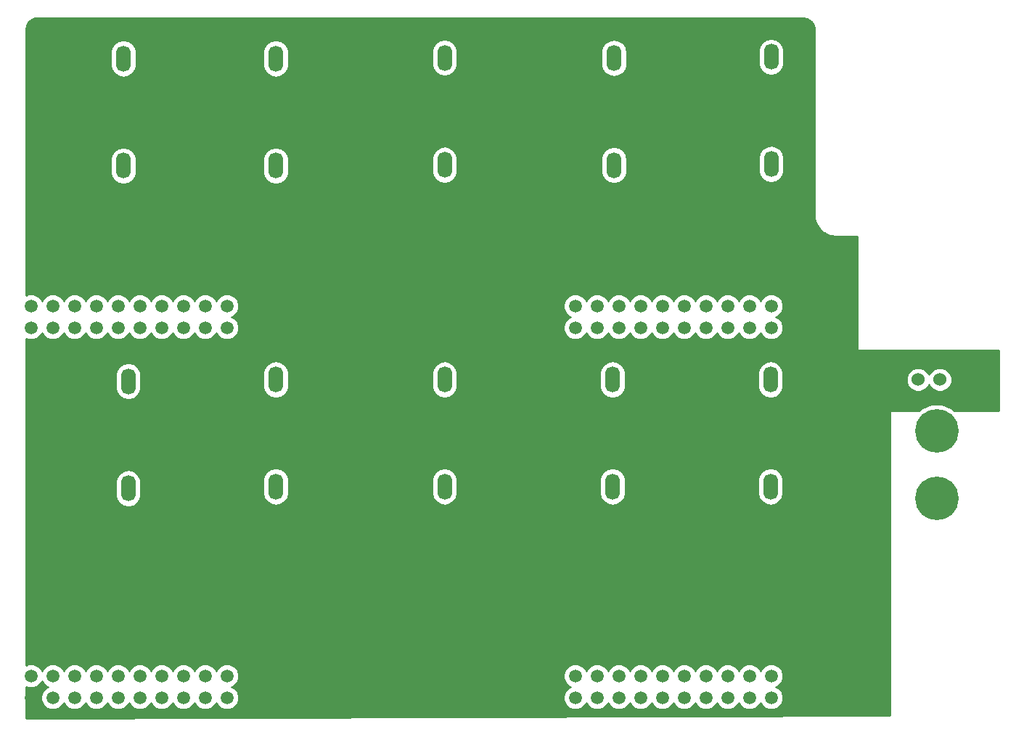
<source format=gbr>
G04 #@! TF.GenerationSoftware,KiCad,Pcbnew,(5.0.0)*
G04 #@! TF.CreationDate,2020-11-30T18:27:01-06:00*
G04 #@! TF.ProjectId,GiecoBoard_2021_Rev1,476965636F426F6172645F323032315F,rev?*
G04 #@! TF.SameCoordinates,Original*
G04 #@! TF.FileFunction,Copper,L2,Bot,Signal*
G04 #@! TF.FilePolarity,Positive*
%FSLAX46Y46*%
G04 Gerber Fmt 4.6, Leading zero omitted, Abs format (unit mm)*
G04 Created by KiCad (PCBNEW (5.0.0)) date 11/30/20 18:27:01*
%MOMM*%
%LPD*%
G01*
G04 APERTURE LIST*
G04 #@! TA.AperFunction,ComponentPad*
%ADD10O,1.727200X3.048000*%
G04 #@! TD*
G04 #@! TA.AperFunction,ComponentPad*
%ADD11C,1.520000*%
G04 #@! TD*
G04 #@! TA.AperFunction,ComponentPad*
%ADD12C,1.524000*%
G04 #@! TD*
G04 #@! TA.AperFunction,ComponentPad*
%ADD13C,5.080000*%
G04 #@! TD*
G04 #@! TA.AperFunction,Conductor*
%ADD14C,0.254000*%
G04 #@! TD*
G04 APERTURE END LIST*
D10*
G04 #@! TO.P,J2,1*
G04 #@! TO.N,+3V3*
X111205000Y-73994704D03*
G04 #@! TO.P,J2,2*
G04 #@! TO.N,Send_ScienceSensor*
X116205000Y-73994704D03*
G04 #@! TO.P,J2,1*
G04 #@! TO.N,+3V3*
X111205000Y-86494704D03*
G04 #@! TO.P,J2,2*
G04 #@! TO.N,Send_ScienceSensor*
X116205000Y-86494704D03*
G04 #@! TD*
G04 #@! TO.P,J3,1*
G04 #@! TO.N,+3V3*
X130890000Y-73994704D03*
G04 #@! TO.P,J3,2*
G04 #@! TO.N,Send_ScienceActuation*
X135890000Y-73994704D03*
G04 #@! TO.P,J3,1*
G04 #@! TO.N,+3V3*
X130890000Y-86494704D03*
G04 #@! TO.P,J3,2*
G04 #@! TO.N,Send_ScienceActuation*
X135890000Y-86494704D03*
G04 #@! TD*
G04 #@! TO.P,J4,2*
G04 #@! TO.N,Send_Gimbal*
X116205000Y-49029704D03*
G04 #@! TO.P,J4,1*
G04 #@! TO.N,+3V3*
X111205000Y-49029704D03*
G04 #@! TO.P,J4,2*
G04 #@! TO.N,Send_Gimbal*
X116205000Y-36529704D03*
G04 #@! TO.P,J4,1*
G04 #@! TO.N,+3V3*
X111205000Y-36529704D03*
G04 #@! TD*
G04 #@! TO.P,J5,2*
G04 #@! TO.N,Send_DriveCommand*
X98425000Y-49029704D03*
G04 #@! TO.P,J5,1*
G04 #@! TO.N,+3V3*
X93425000Y-49029704D03*
G04 #@! TO.P,J5,2*
G04 #@! TO.N,Send_DriveCommand*
X98425000Y-36529704D03*
G04 #@! TO.P,J5,1*
G04 #@! TO.N,+3V3*
X93425000Y-36529704D03*
G04 #@! TD*
G04 #@! TO.P,J6,2*
G04 #@! TO.N,Send_NavigationalControl*
X155495000Y-86494704D03*
G04 #@! TO.P,J6,1*
G04 #@! TO.N,+3V3*
X150495000Y-86494704D03*
G04 #@! TO.P,J6,2*
G04 #@! TO.N,Send_NavigationalControl*
X155495000Y-73994704D03*
G04 #@! TO.P,J6,1*
G04 #@! TO.N,+3V3*
X150495000Y-73994704D03*
G04 #@! TD*
G04 #@! TO.P,J7,1*
G04 #@! TO.N,+3V3*
X168910000Y-73994704D03*
G04 #@! TO.P,J7,2*
G04 #@! TO.N,Send_12VDistribution*
X173910000Y-73994704D03*
G04 #@! TO.P,J7,1*
G04 #@! TO.N,+3V3*
X168910000Y-86494704D03*
G04 #@! TO.P,J7,2*
G04 #@! TO.N,Send_12VDistribution*
X173910000Y-86494704D03*
G04 #@! TD*
G04 #@! TO.P,J8,2*
G04 #@! TO.N,Send_BatteryManagement*
X173990000Y-48829704D03*
G04 #@! TO.P,J8,1*
G04 #@! TO.N,+3V3*
X168990000Y-48829704D03*
G04 #@! TO.P,J8,2*
G04 #@! TO.N,Send_BatteryManagement*
X173990000Y-36329704D03*
G04 #@! TO.P,J8,1*
G04 #@! TO.N,+3V3*
X168990000Y-36329704D03*
G04 #@! TD*
G04 #@! TO.P,J9,2*
G04 #@! TO.N,Send_PackVoltageDistribution*
X155655000Y-48964408D03*
G04 #@! TO.P,J9,1*
G04 #@! TO.N,+3V3*
X150655000Y-48964408D03*
G04 #@! TO.P,J9,2*
G04 #@! TO.N,Send_PackVoltageDistribution*
X155655000Y-36464408D03*
G04 #@! TO.P,J9,1*
G04 #@! TO.N,+3V3*
X150655000Y-36464408D03*
G04 #@! TD*
G04 #@! TO.P,J10,2*
G04 #@! TO.N,Send_Multimedia*
X135890000Y-48933520D03*
G04 #@! TO.P,J10,1*
G04 #@! TO.N,+3V3*
X130890000Y-48933520D03*
G04 #@! TO.P,J10,2*
G04 #@! TO.N,Send_Multimedia*
X135890000Y-36433520D03*
G04 #@! TO.P,J10,1*
G04 #@! TO.N,+3V3*
X130890000Y-36433520D03*
G04 #@! TD*
G04 #@! TO.P,J1,1*
G04 #@! TO.N,+3V3*
X93980000Y-74194704D03*
G04 #@! TO.P,J1,2*
G04 #@! TO.N,Send_ArmArticulation*
X98980000Y-74194704D03*
G04 #@! TO.P,J1,1*
G04 #@! TO.N,+3V3*
X93980000Y-86694704D03*
G04 #@! TO.P,J1,2*
G04 #@! TO.N,Send_ArmArticulation*
X98980000Y-86694704D03*
G04 #@! TD*
D11*
G04 #@! TO.P,U1,+3V3`*
G04 #@! TO.N,N/C*
X151130000Y-111125000D03*
G04 #@! TO.P,U1,PM6*
G04 #@! TO.N,Net-(U1-PadPM6)*
X173990000Y-65405000D03*
G04 #@! TO.P,U1,PQ1*
G04 #@! TO.N,REC_LED_BatteryManagement*
X171450000Y-65405000D03*
G04 #@! TO.P,U1,PQ2*
G04 #@! TO.N,Net-(U1-PadPQ2)*
X163830000Y-65405000D03*
G04 #@! TO.P,U1,PK0*
G04 #@! TO.N,REC_LED_NavigationalControl*
X161290000Y-108585000D03*
G04 #@! TO.P,U1,PQ3*
G04 #@! TO.N,Net-(U1-PadPQ3)*
X166370000Y-65405000D03*
G04 #@! TO.P,U1,PP3*
G04 #@! TO.N,Send_BatteryManagement*
X168910000Y-65405000D03*
G04 #@! TO.P,U1,PQ0*
G04 #@! TO.N,Net-(U1-PadPQ0)*
X166370000Y-111125000D03*
G04 #@! TO.P,U1,PA4*
G04 #@! TO.N,REC_LED_12VDistribution*
X171450000Y-108585000D03*
G04 #@! TO.P,U1,Rese`*
G04 #@! TO.N,N/C*
X161290000Y-65405000D03*
G04 #@! TO.P,U1,PA7*
G04 #@! TO.N,REC_LED_PackVoltageDistribution*
X158750000Y-65405000D03*
G04 #@! TO.P,U1,PN5*
G04 #@! TO.N,Net-(U1-PadPN5)*
X171450000Y-111125000D03*
G04 #@! TO.P,U1,PK2*
G04 #@! TO.N,Net-(U1-PadPK2)*
X166370000Y-108585000D03*
G04 #@! TO.P,U1,PK1*
G04 #@! TO.N,Net-(U1-PadPK1)*
X163830000Y-108585000D03*
G04 #@! TO.P,U1,+5V`*
G04 #@! TO.N,N/C*
X151130000Y-108585000D03*
G04 #@! TO.P,U1,GND*
G04 #@! TO.N,GND*
X153670000Y-108585000D03*
G04 #@! TO.P,U1,PB4*
G04 #@! TO.N,Net-(U1-PadPB4)*
X156210000Y-108585000D03*
G04 #@! TO.P,U1,PB5*
G04 #@! TO.N,Send_NavigationalControl*
X158750000Y-108585000D03*
G04 #@! TO.P,U1,PK3*
G04 #@! TO.N,Send_12VDistribution*
X168910000Y-108585000D03*
G04 #@! TO.P,U1,PA5*
G04 #@! TO.N,Net-(U1-PadPA5)*
X173990000Y-108585000D03*
G04 #@! TO.P,U1,PD2*
G04 #@! TO.N,Net-(U1-PadPD2)*
X153670000Y-111125000D03*
G04 #@! TO.P,U1,PP0*
G04 #@! TO.N,Net-(U1-PadPP0)*
X156210000Y-111125000D03*
G04 #@! TO.P,U1,PP1*
G04 #@! TO.N,Net-(U1-PadPP1)*
X158750000Y-111125000D03*
G04 #@! TO.P,U1,PD4*
G04 #@! TO.N,Net-(U1-PadPD4)*
X161290000Y-111125000D03*
G04 #@! TO.P,U1,PD5*
G04 #@! TO.N,Net-(U1-PadPD5)*
X163830000Y-111125000D03*
G04 #@! TO.P,U1,PP4*
G04 #@! TO.N,Net-(U1-PadPP4)*
X168910000Y-111125000D03*
G04 #@! TO.P,U1,PN4*
G04 #@! TO.N,Net-(U1-PadPN4)*
X173990000Y-111125000D03*
G04 #@! TO.P,U1,PG1*
G04 #@! TO.N,Net-(U1-PadPG1)*
X151130000Y-67945000D03*
G04 #@! TO.P,U1,PK4*
G04 #@! TO.N,Net-(U1-PadPK4)*
X153670000Y-67945000D03*
G04 #@! TO.P,U1,PK5*
G04 #@! TO.N,Net-(U1-PadPK5)*
X156210000Y-67945000D03*
G04 #@! TO.P,U1,PM0*
G04 #@! TO.N,Net-(U1-PadPM0)*
X158750000Y-67945000D03*
G04 #@! TO.P,U1,PM1*
G04 #@! TO.N,Net-(U1-PadPM1)*
X161290000Y-67945000D03*
G04 #@! TO.P,U1,PM2*
G04 #@! TO.N,Net-(U1-PadPM2)*
X163830000Y-67945000D03*
G04 #@! TO.P,U1,PH0*
G04 #@! TO.N,Net-(U1-PadPH0)*
X166370000Y-67945000D03*
G04 #@! TO.P,U1,PH1*
G04 #@! TO.N,Net-(U1-PadPH1)*
X168910000Y-67945000D03*
G04 #@! TO.P,U1,PK6*
G04 #@! TO.N,Net-(U1-PadPK6)*
X171450000Y-67945000D03*
G04 #@! TO.P,U1,PK7*
G04 #@! TO.N,Net-(U1-PadPK7)*
X173990000Y-67945000D03*
G04 #@! TO.P,U1,GND*
G04 #@! TO.N,GND*
X151130000Y-65405000D03*
G04 #@! TO.P,U1,PM7*
G04 #@! TO.N,Net-(U1-PadPM7)*
X153670000Y-65405000D03*
G04 #@! TO.P,U1,PP5*
G04 #@! TO.N,Send_PackVoltageDistribution*
X156210000Y-65405000D03*
G04 #@! TO.P,U1,+5V*
G04 #@! TO.N,Net-(U1-Pad+5V)*
X87630000Y-108585000D03*
G04 #@! TO.P,U1,GND*
G04 #@! TO.N,GND*
X90170000Y-108585000D03*
G04 #@! TO.P,U1,PE0*
G04 #@! TO.N,Send_ArmArticulation*
X92710000Y-108585000D03*
G04 #@! TO.P,U1,PE1*
G04 #@! TO.N,REC_LED_ArmArticulation*
X95250000Y-108585000D03*
G04 #@! TO.P,U1,PE2*
G04 #@! TO.N,Net-(U1-PadPE2)*
X97790000Y-108585000D03*
G04 #@! TO.P,U1,PE3*
G04 #@! TO.N,Send_ScienceSensor*
X100330000Y-108585000D03*
G04 #@! TO.P,U1,PD7*
G04 #@! TO.N,REC_LED_ScienceSensor*
X102870000Y-108585000D03*
G04 #@! TO.P,U1,PA6*
G04 #@! TO.N,Net-(U1-PadPA6)*
X105410000Y-108585000D03*
G04 #@! TO.P,U1,PM4*
G04 #@! TO.N,Send_ScienceActuation*
X107950000Y-108585000D03*
G04 #@! TO.P,U1,PM5*
G04 #@! TO.N,REC_LED_ScienceActuation*
X110490000Y-108585000D03*
G04 #@! TO.P,U1,+3V3*
G04 #@! TO.N,+3V3*
X87630000Y-111125000D03*
G04 #@! TO.P,U1,PE4*
G04 #@! TO.N,Net-(U1-PadPE4)*
X90170000Y-111125000D03*
G04 #@! TO.P,U1,PC4*
G04 #@! TO.N,Net-(U1-PadPC4)*
X92710000Y-111125000D03*
G04 #@! TO.P,U1,PC5*
G04 #@! TO.N,Net-(U1-PadPC5)*
X95250000Y-111125000D03*
G04 #@! TO.P,U1,PC6*
G04 #@! TO.N,Net-(U1-PadPC6)*
X97790000Y-111125000D03*
G04 #@! TO.P,U1,PE5*
G04 #@! TO.N,Net-(U1-PadPE5)*
X100330000Y-111125000D03*
G04 #@! TO.P,U1,PD3*
G04 #@! TO.N,Net-(U1-PadPD3)*
X102870000Y-111125000D03*
G04 #@! TO.P,U1,PC7*
G04 #@! TO.N,Net-(U1-PadPC7)*
X105410000Y-111125000D03*
G04 #@! TO.P,U1,PB2*
G04 #@! TO.N,Net-(U1-PadPB2)*
X107950000Y-111125000D03*
G04 #@! TO.P,U1,PB3*
G04 #@! TO.N,Net-(U1-PadPB3)*
X110490000Y-111125000D03*
G04 #@! TO.P,U1,PF1*
G04 #@! TO.N,Net-(U1-PadPF1)*
X87630000Y-67945000D03*
G04 #@! TO.P,U1,PF2*
G04 #@! TO.N,Net-(U1-PadPF2)*
X90170000Y-67945000D03*
G04 #@! TO.P,U1,PF3*
G04 #@! TO.N,Net-(U1-PadPF3)*
X92710000Y-67945000D03*
G04 #@! TO.P,U1,PG0*
G04 #@! TO.N,Net-(U1-PadPG0)*
X95250000Y-67945000D03*
G04 #@! TO.P,U1,PL4*
G04 #@! TO.N,Net-(U1-PadPL4)*
X97790000Y-67945000D03*
G04 #@! TO.P,U1,PL5*
G04 #@! TO.N,Net-(U1-PadPL5)*
X100330000Y-67945000D03*
G04 #@! TO.P,U1,PL0*
G04 #@! TO.N,Net-(U1-PadPL0)*
X102870000Y-67945000D03*
G04 #@! TO.P,U1,PL1*
G04 #@! TO.N,Net-(U1-PadPL1)*
X105410000Y-67945000D03*
G04 #@! TO.P,U1,PL2*
G04 #@! TO.N,Net-(U1-PadPL2)*
X107950000Y-67945000D03*
G04 #@! TO.P,U1,PL3*
G04 #@! TO.N,Net-(U1-PadPL3)*
X110490000Y-67945000D03*
G04 #@! TO.P,U1,GND*
G04 #@! TO.N,GND*
X87630000Y-65405000D03*
G04 #@! TO.P,U1,PM3*
G04 #@! TO.N,Send_DriveCommand*
X90170000Y-65405000D03*
G04 #@! TO.P,U1,PH2*
G04 #@! TO.N,REC_LED_DriveCommand*
X92710000Y-65405000D03*
G04 #@! TO.P,U1,PH3*
G04 #@! TO.N,Net-(U1-PadPH3)*
X95250000Y-65405000D03*
G04 #@! TO.P,U1,Rese*
G04 #@! TO.N,Net-(U1-PadRese)*
X97790000Y-65405000D03*
G04 #@! TO.P,U1,PD1*
G04 #@! TO.N,Send_Gimbal*
X100330000Y-65405000D03*
G04 #@! TO.P,U1,PD0*
G04 #@! TO.N,REC_LED_Gimbal*
X102870000Y-65405000D03*
G04 #@! TO.P,U1,PN2*
G04 #@! TO.N,Net-(U1-PadPN2)*
X105410000Y-65405000D03*
G04 #@! TO.P,U1,PN3*
G04 #@! TO.N,Send_Multimedia*
X107950000Y-65405000D03*
G04 #@! TO.P,U1,PP2*
G04 #@! TO.N,REC_LED_Multimedia*
X110490000Y-65405000D03*
G04 #@! TD*
D12*
G04 #@! TO.P,U2,1*
G04 #@! TO.N,Net-(C1-Pad1)*
X191135000Y-73994704D03*
G04 #@! TO.P,U2,2*
G04 #@! TO.N,GND*
X193675000Y-73994704D03*
G04 #@! TO.P,U2,3*
G04 #@! TO.N,+3V3*
X196215000Y-73994704D03*
G04 #@! TD*
D13*
G04 #@! TO.P,Conn1,2*
G04 #@! TO.N,Net-(C1-Pad1)*
X193294000Y-80010000D03*
G04 #@! TO.P,Conn1,1*
G04 #@! TO.N,GND*
X193294000Y-87884000D03*
G04 #@! TD*
D14*
G04 #@! TO.N,+3V3*
G36*
X178133364Y-31879985D02*
X178439928Y-32019372D01*
X178695050Y-32239199D01*
X178878218Y-32521792D01*
X178981743Y-32867959D01*
X178995000Y-33046350D01*
X178995001Y-54770780D01*
X179000169Y-54796761D01*
X179017877Y-55035048D01*
X179033431Y-55105791D01*
X179043259Y-55177538D01*
X179045693Y-55185863D01*
X179200452Y-55703343D01*
X179240898Y-55790875D01*
X179280217Y-55878776D01*
X179284887Y-55886078D01*
X179284890Y-55886084D01*
X179284894Y-55886088D01*
X179578669Y-56339328D01*
X179642015Y-56411943D01*
X179704466Y-56485323D01*
X179710999Y-56491021D01*
X179711002Y-56491025D01*
X179711004Y-56491026D01*
X180120182Y-56843597D01*
X180201377Y-56895523D01*
X180281900Y-56948417D01*
X180289770Y-56952053D01*
X180289773Y-56952055D01*
X180289776Y-56952056D01*
X180781462Y-57175612D01*
X180873956Y-57202659D01*
X180966098Y-57230830D01*
X180974677Y-57232112D01*
X181490334Y-57305960D01*
X181540074Y-57315854D01*
X184023000Y-57315854D01*
X184023000Y-70485000D01*
X184032667Y-70533601D01*
X184060197Y-70574803D01*
X184101399Y-70602333D01*
X184150000Y-70612000D01*
X200533000Y-70612000D01*
X200533000Y-77597000D01*
X195371128Y-77597000D01*
X195092493Y-77318365D01*
X193925547Y-76835000D01*
X192662453Y-76835000D01*
X191495507Y-77318365D01*
X191216872Y-77597000D01*
X187960000Y-77597000D01*
X187911399Y-77606667D01*
X187870197Y-77634197D01*
X187842667Y-77675399D01*
X187833000Y-77724000D01*
X187833000Y-113157475D01*
X87070000Y-113535337D01*
X87070000Y-109862978D01*
X87352517Y-109980000D01*
X87907483Y-109980000D01*
X88420204Y-109767624D01*
X88812624Y-109375204D01*
X88900000Y-109164260D01*
X88987376Y-109375204D01*
X89379796Y-109767624D01*
X89590740Y-109855000D01*
X89379796Y-109942376D01*
X88987376Y-110334796D01*
X88775000Y-110847517D01*
X88775000Y-111402483D01*
X88987376Y-111915204D01*
X89379796Y-112307624D01*
X89892517Y-112520000D01*
X90447483Y-112520000D01*
X90960204Y-112307624D01*
X91352624Y-111915204D01*
X91440000Y-111704260D01*
X91527376Y-111915204D01*
X91919796Y-112307624D01*
X92432517Y-112520000D01*
X92987483Y-112520000D01*
X93500204Y-112307624D01*
X93892624Y-111915204D01*
X93980000Y-111704260D01*
X94067376Y-111915204D01*
X94459796Y-112307624D01*
X94972517Y-112520000D01*
X95527483Y-112520000D01*
X96040204Y-112307624D01*
X96432624Y-111915204D01*
X96520000Y-111704260D01*
X96607376Y-111915204D01*
X96999796Y-112307624D01*
X97512517Y-112520000D01*
X98067483Y-112520000D01*
X98580204Y-112307624D01*
X98972624Y-111915204D01*
X99060000Y-111704260D01*
X99147376Y-111915204D01*
X99539796Y-112307624D01*
X100052517Y-112520000D01*
X100607483Y-112520000D01*
X101120204Y-112307624D01*
X101512624Y-111915204D01*
X101600000Y-111704260D01*
X101687376Y-111915204D01*
X102079796Y-112307624D01*
X102592517Y-112520000D01*
X103147483Y-112520000D01*
X103660204Y-112307624D01*
X104052624Y-111915204D01*
X104140000Y-111704260D01*
X104227376Y-111915204D01*
X104619796Y-112307624D01*
X105132517Y-112520000D01*
X105687483Y-112520000D01*
X106200204Y-112307624D01*
X106592624Y-111915204D01*
X106680000Y-111704260D01*
X106767376Y-111915204D01*
X107159796Y-112307624D01*
X107672517Y-112520000D01*
X108227483Y-112520000D01*
X108740204Y-112307624D01*
X109132624Y-111915204D01*
X109220000Y-111704260D01*
X109307376Y-111915204D01*
X109699796Y-112307624D01*
X110212517Y-112520000D01*
X110767483Y-112520000D01*
X111280204Y-112307624D01*
X111672624Y-111915204D01*
X111885000Y-111402483D01*
X111885000Y-110847517D01*
X111672624Y-110334796D01*
X111280204Y-109942376D01*
X111069260Y-109855000D01*
X111280204Y-109767624D01*
X111672624Y-109375204D01*
X111885000Y-108862483D01*
X111885000Y-108307517D01*
X149735000Y-108307517D01*
X149735000Y-108862483D01*
X149947376Y-109375204D01*
X150339796Y-109767624D01*
X150550740Y-109855000D01*
X150339796Y-109942376D01*
X149947376Y-110334796D01*
X149735000Y-110847517D01*
X149735000Y-111402483D01*
X149947376Y-111915204D01*
X150339796Y-112307624D01*
X150852517Y-112520000D01*
X151407483Y-112520000D01*
X151920204Y-112307624D01*
X152312624Y-111915204D01*
X152400000Y-111704260D01*
X152487376Y-111915204D01*
X152879796Y-112307624D01*
X153392517Y-112520000D01*
X153947483Y-112520000D01*
X154460204Y-112307624D01*
X154852624Y-111915204D01*
X154940000Y-111704260D01*
X155027376Y-111915204D01*
X155419796Y-112307624D01*
X155932517Y-112520000D01*
X156487483Y-112520000D01*
X157000204Y-112307624D01*
X157392624Y-111915204D01*
X157480000Y-111704260D01*
X157567376Y-111915204D01*
X157959796Y-112307624D01*
X158472517Y-112520000D01*
X159027483Y-112520000D01*
X159540204Y-112307624D01*
X159932624Y-111915204D01*
X160020000Y-111704260D01*
X160107376Y-111915204D01*
X160499796Y-112307624D01*
X161012517Y-112520000D01*
X161567483Y-112520000D01*
X162080204Y-112307624D01*
X162472624Y-111915204D01*
X162560000Y-111704260D01*
X162647376Y-111915204D01*
X163039796Y-112307624D01*
X163552517Y-112520000D01*
X164107483Y-112520000D01*
X164620204Y-112307624D01*
X165012624Y-111915204D01*
X165100000Y-111704260D01*
X165187376Y-111915204D01*
X165579796Y-112307624D01*
X166092517Y-112520000D01*
X166647483Y-112520000D01*
X167160204Y-112307624D01*
X167552624Y-111915204D01*
X167640000Y-111704260D01*
X167727376Y-111915204D01*
X168119796Y-112307624D01*
X168632517Y-112520000D01*
X169187483Y-112520000D01*
X169700204Y-112307624D01*
X170092624Y-111915204D01*
X170180000Y-111704260D01*
X170267376Y-111915204D01*
X170659796Y-112307624D01*
X171172517Y-112520000D01*
X171727483Y-112520000D01*
X172240204Y-112307624D01*
X172632624Y-111915204D01*
X172720000Y-111704260D01*
X172807376Y-111915204D01*
X173199796Y-112307624D01*
X173712517Y-112520000D01*
X174267483Y-112520000D01*
X174780204Y-112307624D01*
X175172624Y-111915204D01*
X175385000Y-111402483D01*
X175385000Y-110847517D01*
X175172624Y-110334796D01*
X174780204Y-109942376D01*
X174569260Y-109855000D01*
X174780204Y-109767624D01*
X175172624Y-109375204D01*
X175385000Y-108862483D01*
X175385000Y-108307517D01*
X175172624Y-107794796D01*
X174780204Y-107402376D01*
X174267483Y-107190000D01*
X173712517Y-107190000D01*
X173199796Y-107402376D01*
X172807376Y-107794796D01*
X172720000Y-108005740D01*
X172632624Y-107794796D01*
X172240204Y-107402376D01*
X171727483Y-107190000D01*
X171172517Y-107190000D01*
X170659796Y-107402376D01*
X170267376Y-107794796D01*
X170180000Y-108005740D01*
X170092624Y-107794796D01*
X169700204Y-107402376D01*
X169187483Y-107190000D01*
X168632517Y-107190000D01*
X168119796Y-107402376D01*
X167727376Y-107794796D01*
X167640000Y-108005740D01*
X167552624Y-107794796D01*
X167160204Y-107402376D01*
X166647483Y-107190000D01*
X166092517Y-107190000D01*
X165579796Y-107402376D01*
X165187376Y-107794796D01*
X165100000Y-108005740D01*
X165012624Y-107794796D01*
X164620204Y-107402376D01*
X164107483Y-107190000D01*
X163552517Y-107190000D01*
X163039796Y-107402376D01*
X162647376Y-107794796D01*
X162560000Y-108005740D01*
X162472624Y-107794796D01*
X162080204Y-107402376D01*
X161567483Y-107190000D01*
X161012517Y-107190000D01*
X160499796Y-107402376D01*
X160107376Y-107794796D01*
X160020000Y-108005740D01*
X159932624Y-107794796D01*
X159540204Y-107402376D01*
X159027483Y-107190000D01*
X158472517Y-107190000D01*
X157959796Y-107402376D01*
X157567376Y-107794796D01*
X157480000Y-108005740D01*
X157392624Y-107794796D01*
X157000204Y-107402376D01*
X156487483Y-107190000D01*
X155932517Y-107190000D01*
X155419796Y-107402376D01*
X155027376Y-107794796D01*
X154940000Y-108005740D01*
X154852624Y-107794796D01*
X154460204Y-107402376D01*
X153947483Y-107190000D01*
X153392517Y-107190000D01*
X152879796Y-107402376D01*
X152487376Y-107794796D01*
X152400000Y-108005740D01*
X152312624Y-107794796D01*
X151920204Y-107402376D01*
X151407483Y-107190000D01*
X150852517Y-107190000D01*
X150339796Y-107402376D01*
X149947376Y-107794796D01*
X149735000Y-108307517D01*
X111885000Y-108307517D01*
X111672624Y-107794796D01*
X111280204Y-107402376D01*
X110767483Y-107190000D01*
X110212517Y-107190000D01*
X109699796Y-107402376D01*
X109307376Y-107794796D01*
X109220000Y-108005740D01*
X109132624Y-107794796D01*
X108740204Y-107402376D01*
X108227483Y-107190000D01*
X107672517Y-107190000D01*
X107159796Y-107402376D01*
X106767376Y-107794796D01*
X106680000Y-108005740D01*
X106592624Y-107794796D01*
X106200204Y-107402376D01*
X105687483Y-107190000D01*
X105132517Y-107190000D01*
X104619796Y-107402376D01*
X104227376Y-107794796D01*
X104140000Y-108005740D01*
X104052624Y-107794796D01*
X103660204Y-107402376D01*
X103147483Y-107190000D01*
X102592517Y-107190000D01*
X102079796Y-107402376D01*
X101687376Y-107794796D01*
X101600000Y-108005740D01*
X101512624Y-107794796D01*
X101120204Y-107402376D01*
X100607483Y-107190000D01*
X100052517Y-107190000D01*
X99539796Y-107402376D01*
X99147376Y-107794796D01*
X99060000Y-108005740D01*
X98972624Y-107794796D01*
X98580204Y-107402376D01*
X98067483Y-107190000D01*
X97512517Y-107190000D01*
X96999796Y-107402376D01*
X96607376Y-107794796D01*
X96520000Y-108005740D01*
X96432624Y-107794796D01*
X96040204Y-107402376D01*
X95527483Y-107190000D01*
X94972517Y-107190000D01*
X94459796Y-107402376D01*
X94067376Y-107794796D01*
X93980000Y-108005740D01*
X93892624Y-107794796D01*
X93500204Y-107402376D01*
X92987483Y-107190000D01*
X92432517Y-107190000D01*
X91919796Y-107402376D01*
X91527376Y-107794796D01*
X91440000Y-108005740D01*
X91352624Y-107794796D01*
X90960204Y-107402376D01*
X90447483Y-107190000D01*
X89892517Y-107190000D01*
X89379796Y-107402376D01*
X88987376Y-107794796D01*
X88900000Y-108005740D01*
X88812624Y-107794796D01*
X88420204Y-107402376D01*
X87907483Y-107190000D01*
X87352517Y-107190000D01*
X87070000Y-107307022D01*
X87070000Y-85886707D01*
X97481400Y-85886707D01*
X97481400Y-87502702D01*
X97568351Y-87939829D01*
X97899571Y-88435534D01*
X98395276Y-88766754D01*
X98980000Y-88883063D01*
X99564725Y-88766754D01*
X100060430Y-88435534D01*
X100391650Y-87939829D01*
X100478600Y-87502702D01*
X100478600Y-85886706D01*
X100438818Y-85686707D01*
X114706400Y-85686707D01*
X114706400Y-87302702D01*
X114793351Y-87739829D01*
X115124571Y-88235534D01*
X115620276Y-88566754D01*
X116205000Y-88683063D01*
X116789725Y-88566754D01*
X117285430Y-88235534D01*
X117616650Y-87739829D01*
X117703600Y-87302702D01*
X117703600Y-85686707D01*
X134391400Y-85686707D01*
X134391400Y-87302702D01*
X134478351Y-87739829D01*
X134809571Y-88235534D01*
X135305276Y-88566754D01*
X135890000Y-88683063D01*
X136474725Y-88566754D01*
X136970430Y-88235534D01*
X137301650Y-87739829D01*
X137388600Y-87302702D01*
X137388600Y-85686707D01*
X153996400Y-85686707D01*
X153996400Y-87302702D01*
X154083351Y-87739829D01*
X154414571Y-88235534D01*
X154910276Y-88566754D01*
X155495000Y-88683063D01*
X156079725Y-88566754D01*
X156575430Y-88235534D01*
X156906650Y-87739829D01*
X156993600Y-87302702D01*
X156993600Y-85686707D01*
X172411400Y-85686707D01*
X172411400Y-87302702D01*
X172498351Y-87739829D01*
X172829571Y-88235534D01*
X173325276Y-88566754D01*
X173910000Y-88683063D01*
X174494725Y-88566754D01*
X174990430Y-88235534D01*
X175321650Y-87739829D01*
X175408600Y-87302702D01*
X175408600Y-85686706D01*
X175321650Y-85249579D01*
X174990430Y-84753874D01*
X174494724Y-84422654D01*
X173910000Y-84306345D01*
X173325275Y-84422654D01*
X172829570Y-84753874D01*
X172498350Y-85249580D01*
X172411400Y-85686707D01*
X156993600Y-85686707D01*
X156993600Y-85686706D01*
X156906650Y-85249579D01*
X156575430Y-84753874D01*
X156079724Y-84422654D01*
X155495000Y-84306345D01*
X154910275Y-84422654D01*
X154414570Y-84753874D01*
X154083350Y-85249580D01*
X153996400Y-85686707D01*
X137388600Y-85686707D01*
X137388600Y-85686706D01*
X137301650Y-85249579D01*
X136970430Y-84753874D01*
X136474724Y-84422654D01*
X135890000Y-84306345D01*
X135305275Y-84422654D01*
X134809570Y-84753874D01*
X134478350Y-85249580D01*
X134391400Y-85686707D01*
X117703600Y-85686707D01*
X117703600Y-85686706D01*
X117616650Y-85249579D01*
X117285430Y-84753874D01*
X116789724Y-84422654D01*
X116205000Y-84306345D01*
X115620275Y-84422654D01*
X115124570Y-84753874D01*
X114793350Y-85249580D01*
X114706400Y-85686707D01*
X100438818Y-85686707D01*
X100391650Y-85449579D01*
X100060430Y-84953874D01*
X99564724Y-84622654D01*
X98980000Y-84506345D01*
X98395275Y-84622654D01*
X97899570Y-84953874D01*
X97568350Y-85449580D01*
X97481400Y-85886707D01*
X87070000Y-85886707D01*
X87070000Y-73386707D01*
X97481400Y-73386707D01*
X97481400Y-75002702D01*
X97568351Y-75439829D01*
X97899571Y-75935534D01*
X98395276Y-76266754D01*
X98980000Y-76383063D01*
X99564725Y-76266754D01*
X100060430Y-75935534D01*
X100391650Y-75439829D01*
X100478600Y-75002702D01*
X100478600Y-73386706D01*
X100438818Y-73186707D01*
X114706400Y-73186707D01*
X114706400Y-74802702D01*
X114793351Y-75239829D01*
X115124571Y-75735534D01*
X115620276Y-76066754D01*
X116205000Y-76183063D01*
X116789725Y-76066754D01*
X117285430Y-75735534D01*
X117616650Y-75239829D01*
X117703600Y-74802702D01*
X117703600Y-73186707D01*
X134391400Y-73186707D01*
X134391400Y-74802702D01*
X134478351Y-75239829D01*
X134809571Y-75735534D01*
X135305276Y-76066754D01*
X135890000Y-76183063D01*
X136474725Y-76066754D01*
X136970430Y-75735534D01*
X137301650Y-75239829D01*
X137388600Y-74802702D01*
X137388600Y-73186707D01*
X153996400Y-73186707D01*
X153996400Y-74802702D01*
X154083351Y-75239829D01*
X154414571Y-75735534D01*
X154910276Y-76066754D01*
X155495000Y-76183063D01*
X156079725Y-76066754D01*
X156575430Y-75735534D01*
X156906650Y-75239829D01*
X156993600Y-74802702D01*
X156993600Y-73186707D01*
X172411400Y-73186707D01*
X172411400Y-74802702D01*
X172498351Y-75239829D01*
X172829571Y-75735534D01*
X173325276Y-76066754D01*
X173910000Y-76183063D01*
X174494725Y-76066754D01*
X174990430Y-75735534D01*
X175321650Y-75239829D01*
X175408600Y-74802702D01*
X175408600Y-73716823D01*
X189738000Y-73716823D01*
X189738000Y-74272585D01*
X189950680Y-74786041D01*
X190343663Y-75179024D01*
X190857119Y-75391704D01*
X191412881Y-75391704D01*
X191926337Y-75179024D01*
X192319320Y-74786041D01*
X192405000Y-74579191D01*
X192490680Y-74786041D01*
X192883663Y-75179024D01*
X193397119Y-75391704D01*
X193952881Y-75391704D01*
X194466337Y-75179024D01*
X194859320Y-74786041D01*
X195072000Y-74272585D01*
X195072000Y-73716823D01*
X194859320Y-73203367D01*
X194466337Y-72810384D01*
X193952881Y-72597704D01*
X193397119Y-72597704D01*
X192883663Y-72810384D01*
X192490680Y-73203367D01*
X192405000Y-73410217D01*
X192319320Y-73203367D01*
X191926337Y-72810384D01*
X191412881Y-72597704D01*
X190857119Y-72597704D01*
X190343663Y-72810384D01*
X189950680Y-73203367D01*
X189738000Y-73716823D01*
X175408600Y-73716823D01*
X175408600Y-73186706D01*
X175321650Y-72749579D01*
X174990430Y-72253874D01*
X174494724Y-71922654D01*
X173910000Y-71806345D01*
X173325275Y-71922654D01*
X172829570Y-72253874D01*
X172498350Y-72749580D01*
X172411400Y-73186707D01*
X156993600Y-73186707D01*
X156993600Y-73186706D01*
X156906650Y-72749579D01*
X156575430Y-72253874D01*
X156079724Y-71922654D01*
X155495000Y-71806345D01*
X154910275Y-71922654D01*
X154414570Y-72253874D01*
X154083350Y-72749580D01*
X153996400Y-73186707D01*
X137388600Y-73186707D01*
X137388600Y-73186706D01*
X137301650Y-72749579D01*
X136970430Y-72253874D01*
X136474724Y-71922654D01*
X135890000Y-71806345D01*
X135305275Y-71922654D01*
X134809570Y-72253874D01*
X134478350Y-72749580D01*
X134391400Y-73186707D01*
X117703600Y-73186707D01*
X117703600Y-73186706D01*
X117616650Y-72749579D01*
X117285430Y-72253874D01*
X116789724Y-71922654D01*
X116205000Y-71806345D01*
X115620275Y-71922654D01*
X115124570Y-72253874D01*
X114793350Y-72749580D01*
X114706400Y-73186707D01*
X100438818Y-73186707D01*
X100391650Y-72949579D01*
X100060430Y-72453874D01*
X99564724Y-72122654D01*
X98980000Y-72006345D01*
X98395275Y-72122654D01*
X97899570Y-72453874D01*
X97568350Y-72949580D01*
X97481400Y-73386707D01*
X87070000Y-73386707D01*
X87070000Y-69222978D01*
X87352517Y-69340000D01*
X87907483Y-69340000D01*
X88420204Y-69127624D01*
X88812624Y-68735204D01*
X88900000Y-68524260D01*
X88987376Y-68735204D01*
X89379796Y-69127624D01*
X89892517Y-69340000D01*
X90447483Y-69340000D01*
X90960204Y-69127624D01*
X91352624Y-68735204D01*
X91440000Y-68524260D01*
X91527376Y-68735204D01*
X91919796Y-69127624D01*
X92432517Y-69340000D01*
X92987483Y-69340000D01*
X93500204Y-69127624D01*
X93892624Y-68735204D01*
X93980000Y-68524260D01*
X94067376Y-68735204D01*
X94459796Y-69127624D01*
X94972517Y-69340000D01*
X95527483Y-69340000D01*
X96040204Y-69127624D01*
X96432624Y-68735204D01*
X96520000Y-68524260D01*
X96607376Y-68735204D01*
X96999796Y-69127624D01*
X97512517Y-69340000D01*
X98067483Y-69340000D01*
X98580204Y-69127624D01*
X98972624Y-68735204D01*
X99060000Y-68524260D01*
X99147376Y-68735204D01*
X99539796Y-69127624D01*
X100052517Y-69340000D01*
X100607483Y-69340000D01*
X101120204Y-69127624D01*
X101512624Y-68735204D01*
X101600000Y-68524260D01*
X101687376Y-68735204D01*
X102079796Y-69127624D01*
X102592517Y-69340000D01*
X103147483Y-69340000D01*
X103660204Y-69127624D01*
X104052624Y-68735204D01*
X104140000Y-68524260D01*
X104227376Y-68735204D01*
X104619796Y-69127624D01*
X105132517Y-69340000D01*
X105687483Y-69340000D01*
X106200204Y-69127624D01*
X106592624Y-68735204D01*
X106680000Y-68524260D01*
X106767376Y-68735204D01*
X107159796Y-69127624D01*
X107672517Y-69340000D01*
X108227483Y-69340000D01*
X108740204Y-69127624D01*
X109132624Y-68735204D01*
X109220000Y-68524260D01*
X109307376Y-68735204D01*
X109699796Y-69127624D01*
X110212517Y-69340000D01*
X110767483Y-69340000D01*
X111280204Y-69127624D01*
X111672624Y-68735204D01*
X111885000Y-68222483D01*
X111885000Y-67667517D01*
X111672624Y-67154796D01*
X111280204Y-66762376D01*
X111069260Y-66675000D01*
X111280204Y-66587624D01*
X111672624Y-66195204D01*
X111885000Y-65682483D01*
X111885000Y-65127517D01*
X149735000Y-65127517D01*
X149735000Y-65682483D01*
X149947376Y-66195204D01*
X150339796Y-66587624D01*
X150550740Y-66675000D01*
X150339796Y-66762376D01*
X149947376Y-67154796D01*
X149735000Y-67667517D01*
X149735000Y-68222483D01*
X149947376Y-68735204D01*
X150339796Y-69127624D01*
X150852517Y-69340000D01*
X151407483Y-69340000D01*
X151920204Y-69127624D01*
X152312624Y-68735204D01*
X152400000Y-68524260D01*
X152487376Y-68735204D01*
X152879796Y-69127624D01*
X153392517Y-69340000D01*
X153947483Y-69340000D01*
X154460204Y-69127624D01*
X154852624Y-68735204D01*
X154940000Y-68524260D01*
X155027376Y-68735204D01*
X155419796Y-69127624D01*
X155932517Y-69340000D01*
X156487483Y-69340000D01*
X157000204Y-69127624D01*
X157392624Y-68735204D01*
X157480000Y-68524260D01*
X157567376Y-68735204D01*
X157959796Y-69127624D01*
X158472517Y-69340000D01*
X159027483Y-69340000D01*
X159540204Y-69127624D01*
X159932624Y-68735204D01*
X160020000Y-68524260D01*
X160107376Y-68735204D01*
X160499796Y-69127624D01*
X161012517Y-69340000D01*
X161567483Y-69340000D01*
X162080204Y-69127624D01*
X162472624Y-68735204D01*
X162560000Y-68524260D01*
X162647376Y-68735204D01*
X163039796Y-69127624D01*
X163552517Y-69340000D01*
X164107483Y-69340000D01*
X164620204Y-69127624D01*
X165012624Y-68735204D01*
X165100000Y-68524260D01*
X165187376Y-68735204D01*
X165579796Y-69127624D01*
X166092517Y-69340000D01*
X166647483Y-69340000D01*
X167160204Y-69127624D01*
X167552624Y-68735204D01*
X167640000Y-68524260D01*
X167727376Y-68735204D01*
X168119796Y-69127624D01*
X168632517Y-69340000D01*
X169187483Y-69340000D01*
X169700204Y-69127624D01*
X170092624Y-68735204D01*
X170180000Y-68524260D01*
X170267376Y-68735204D01*
X170659796Y-69127624D01*
X171172517Y-69340000D01*
X171727483Y-69340000D01*
X172240204Y-69127624D01*
X172632624Y-68735204D01*
X172720000Y-68524260D01*
X172807376Y-68735204D01*
X173199796Y-69127624D01*
X173712517Y-69340000D01*
X174267483Y-69340000D01*
X174780204Y-69127624D01*
X175172624Y-68735204D01*
X175385000Y-68222483D01*
X175385000Y-67667517D01*
X175172624Y-67154796D01*
X174780204Y-66762376D01*
X174569260Y-66675000D01*
X174780204Y-66587624D01*
X175172624Y-66195204D01*
X175385000Y-65682483D01*
X175385000Y-65127517D01*
X175172624Y-64614796D01*
X174780204Y-64222376D01*
X174267483Y-64010000D01*
X173712517Y-64010000D01*
X173199796Y-64222376D01*
X172807376Y-64614796D01*
X172720000Y-64825740D01*
X172632624Y-64614796D01*
X172240204Y-64222376D01*
X171727483Y-64010000D01*
X171172517Y-64010000D01*
X170659796Y-64222376D01*
X170267376Y-64614796D01*
X170180000Y-64825740D01*
X170092624Y-64614796D01*
X169700204Y-64222376D01*
X169187483Y-64010000D01*
X168632517Y-64010000D01*
X168119796Y-64222376D01*
X167727376Y-64614796D01*
X167640000Y-64825740D01*
X167552624Y-64614796D01*
X167160204Y-64222376D01*
X166647483Y-64010000D01*
X166092517Y-64010000D01*
X165579796Y-64222376D01*
X165187376Y-64614796D01*
X165100000Y-64825740D01*
X165012624Y-64614796D01*
X164620204Y-64222376D01*
X164107483Y-64010000D01*
X163552517Y-64010000D01*
X163039796Y-64222376D01*
X162647376Y-64614796D01*
X162560000Y-64825740D01*
X162472624Y-64614796D01*
X162080204Y-64222376D01*
X161567483Y-64010000D01*
X161012517Y-64010000D01*
X160499796Y-64222376D01*
X160107376Y-64614796D01*
X160020000Y-64825740D01*
X159932624Y-64614796D01*
X159540204Y-64222376D01*
X159027483Y-64010000D01*
X158472517Y-64010000D01*
X157959796Y-64222376D01*
X157567376Y-64614796D01*
X157480000Y-64825740D01*
X157392624Y-64614796D01*
X157000204Y-64222376D01*
X156487483Y-64010000D01*
X155932517Y-64010000D01*
X155419796Y-64222376D01*
X155027376Y-64614796D01*
X154940000Y-64825740D01*
X154852624Y-64614796D01*
X154460204Y-64222376D01*
X153947483Y-64010000D01*
X153392517Y-64010000D01*
X152879796Y-64222376D01*
X152487376Y-64614796D01*
X152400000Y-64825740D01*
X152312624Y-64614796D01*
X151920204Y-64222376D01*
X151407483Y-64010000D01*
X150852517Y-64010000D01*
X150339796Y-64222376D01*
X149947376Y-64614796D01*
X149735000Y-65127517D01*
X111885000Y-65127517D01*
X111672624Y-64614796D01*
X111280204Y-64222376D01*
X110767483Y-64010000D01*
X110212517Y-64010000D01*
X109699796Y-64222376D01*
X109307376Y-64614796D01*
X109220000Y-64825740D01*
X109132624Y-64614796D01*
X108740204Y-64222376D01*
X108227483Y-64010000D01*
X107672517Y-64010000D01*
X107159796Y-64222376D01*
X106767376Y-64614796D01*
X106680000Y-64825740D01*
X106592624Y-64614796D01*
X106200204Y-64222376D01*
X105687483Y-64010000D01*
X105132517Y-64010000D01*
X104619796Y-64222376D01*
X104227376Y-64614796D01*
X104140000Y-64825740D01*
X104052624Y-64614796D01*
X103660204Y-64222376D01*
X103147483Y-64010000D01*
X102592517Y-64010000D01*
X102079796Y-64222376D01*
X101687376Y-64614796D01*
X101600000Y-64825740D01*
X101512624Y-64614796D01*
X101120204Y-64222376D01*
X100607483Y-64010000D01*
X100052517Y-64010000D01*
X99539796Y-64222376D01*
X99147376Y-64614796D01*
X99060000Y-64825740D01*
X98972624Y-64614796D01*
X98580204Y-64222376D01*
X98067483Y-64010000D01*
X97512517Y-64010000D01*
X96999796Y-64222376D01*
X96607376Y-64614796D01*
X96520000Y-64825740D01*
X96432624Y-64614796D01*
X96040204Y-64222376D01*
X95527483Y-64010000D01*
X94972517Y-64010000D01*
X94459796Y-64222376D01*
X94067376Y-64614796D01*
X93980000Y-64825740D01*
X93892624Y-64614796D01*
X93500204Y-64222376D01*
X92987483Y-64010000D01*
X92432517Y-64010000D01*
X91919796Y-64222376D01*
X91527376Y-64614796D01*
X91440000Y-64825740D01*
X91352624Y-64614796D01*
X90960204Y-64222376D01*
X90447483Y-64010000D01*
X89892517Y-64010000D01*
X89379796Y-64222376D01*
X88987376Y-64614796D01*
X88900000Y-64825740D01*
X88812624Y-64614796D01*
X88420204Y-64222376D01*
X87907483Y-64010000D01*
X87352517Y-64010000D01*
X87070000Y-64127022D01*
X87070000Y-48221707D01*
X96926400Y-48221707D01*
X96926400Y-49837702D01*
X97013351Y-50274829D01*
X97344571Y-50770534D01*
X97840276Y-51101754D01*
X98425000Y-51218063D01*
X99009725Y-51101754D01*
X99505430Y-50770534D01*
X99836650Y-50274829D01*
X99923600Y-49837702D01*
X99923600Y-48221707D01*
X114706400Y-48221707D01*
X114706400Y-49837702D01*
X114793351Y-50274829D01*
X115124571Y-50770534D01*
X115620276Y-51101754D01*
X116205000Y-51218063D01*
X116789725Y-51101754D01*
X117285430Y-50770534D01*
X117616650Y-50274829D01*
X117703600Y-49837702D01*
X117703600Y-48221706D01*
X117684469Y-48125523D01*
X134391400Y-48125523D01*
X134391400Y-49741518D01*
X134478351Y-50178645D01*
X134809571Y-50674350D01*
X135305276Y-51005570D01*
X135890000Y-51121879D01*
X136474725Y-51005570D01*
X136970430Y-50674350D01*
X137301650Y-50178645D01*
X137388600Y-49741518D01*
X137388600Y-48156411D01*
X154156400Y-48156411D01*
X154156400Y-49772406D01*
X154243351Y-50209533D01*
X154574571Y-50705238D01*
X155070276Y-51036458D01*
X155655000Y-51152767D01*
X156239725Y-51036458D01*
X156735430Y-50705238D01*
X157066650Y-50209533D01*
X157153600Y-49772406D01*
X157153600Y-48156410D01*
X157126806Y-48021707D01*
X172491400Y-48021707D01*
X172491400Y-49637702D01*
X172578351Y-50074829D01*
X172909571Y-50570534D01*
X173405276Y-50901754D01*
X173990000Y-51018063D01*
X174574725Y-50901754D01*
X175070430Y-50570534D01*
X175401650Y-50074829D01*
X175488600Y-49637702D01*
X175488600Y-48021706D01*
X175401650Y-47584579D01*
X175070430Y-47088874D01*
X174574724Y-46757654D01*
X173990000Y-46641345D01*
X173405275Y-46757654D01*
X172909570Y-47088874D01*
X172578350Y-47584580D01*
X172491400Y-48021707D01*
X157126806Y-48021707D01*
X157066650Y-47719283D01*
X156735430Y-47223578D01*
X156239724Y-46892358D01*
X155655000Y-46776049D01*
X155070275Y-46892358D01*
X154574570Y-47223578D01*
X154243350Y-47719284D01*
X154156400Y-48156411D01*
X137388600Y-48156411D01*
X137388600Y-48125522D01*
X137301650Y-47688395D01*
X136970430Y-47192690D01*
X136474724Y-46861470D01*
X135890000Y-46745161D01*
X135305275Y-46861470D01*
X134809570Y-47192690D01*
X134478350Y-47688396D01*
X134391400Y-48125523D01*
X117684469Y-48125523D01*
X117616650Y-47784579D01*
X117285430Y-47288874D01*
X116789724Y-46957654D01*
X116205000Y-46841345D01*
X115620275Y-46957654D01*
X115124570Y-47288874D01*
X114793350Y-47784580D01*
X114706400Y-48221707D01*
X99923600Y-48221707D01*
X99923600Y-48221706D01*
X99836650Y-47784579D01*
X99505430Y-47288874D01*
X99009724Y-46957654D01*
X98425000Y-46841345D01*
X97840275Y-46957654D01*
X97344570Y-47288874D01*
X97013350Y-47784580D01*
X96926400Y-48221707D01*
X87070000Y-48221707D01*
X87070000Y-35721707D01*
X96926400Y-35721707D01*
X96926400Y-37337702D01*
X97013351Y-37774829D01*
X97344571Y-38270534D01*
X97840276Y-38601754D01*
X98425000Y-38718063D01*
X99009725Y-38601754D01*
X99505430Y-38270534D01*
X99836650Y-37774829D01*
X99923600Y-37337702D01*
X99923600Y-35721707D01*
X114706400Y-35721707D01*
X114706400Y-37337702D01*
X114793351Y-37774829D01*
X115124571Y-38270534D01*
X115620276Y-38601754D01*
X116205000Y-38718063D01*
X116789725Y-38601754D01*
X117285430Y-38270534D01*
X117616650Y-37774829D01*
X117703600Y-37337702D01*
X117703600Y-35721706D01*
X117684469Y-35625523D01*
X134391400Y-35625523D01*
X134391400Y-37241518D01*
X134478351Y-37678645D01*
X134809571Y-38174350D01*
X135305276Y-38505570D01*
X135890000Y-38621879D01*
X136474725Y-38505570D01*
X136970430Y-38174350D01*
X137301650Y-37678645D01*
X137388600Y-37241518D01*
X137388600Y-35656411D01*
X154156400Y-35656411D01*
X154156400Y-37272406D01*
X154243351Y-37709533D01*
X154574571Y-38205238D01*
X155070276Y-38536458D01*
X155655000Y-38652767D01*
X156239725Y-38536458D01*
X156735430Y-38205238D01*
X157066650Y-37709533D01*
X157153600Y-37272406D01*
X157153600Y-35656410D01*
X157126806Y-35521707D01*
X172491400Y-35521707D01*
X172491400Y-37137702D01*
X172578351Y-37574829D01*
X172909571Y-38070534D01*
X173405276Y-38401754D01*
X173990000Y-38518063D01*
X174574725Y-38401754D01*
X175070430Y-38070534D01*
X175401650Y-37574829D01*
X175488600Y-37137702D01*
X175488600Y-35521706D01*
X175401650Y-35084579D01*
X175070430Y-34588874D01*
X174574724Y-34257654D01*
X173990000Y-34141345D01*
X173405275Y-34257654D01*
X172909570Y-34588874D01*
X172578350Y-35084580D01*
X172491400Y-35521707D01*
X157126806Y-35521707D01*
X157066650Y-35219283D01*
X156735430Y-34723578D01*
X156239724Y-34392358D01*
X155655000Y-34276049D01*
X155070275Y-34392358D01*
X154574570Y-34723578D01*
X154243350Y-35219284D01*
X154156400Y-35656411D01*
X137388600Y-35656411D01*
X137388600Y-35625522D01*
X137301650Y-35188395D01*
X136970430Y-34692690D01*
X136474724Y-34361470D01*
X135890000Y-34245161D01*
X135305275Y-34361470D01*
X134809570Y-34692690D01*
X134478350Y-35188396D01*
X134391400Y-35625523D01*
X117684469Y-35625523D01*
X117616650Y-35284579D01*
X117285430Y-34788874D01*
X116789724Y-34457654D01*
X116205000Y-34341345D01*
X115620275Y-34457654D01*
X115124570Y-34788874D01*
X114793350Y-35284580D01*
X114706400Y-35721707D01*
X99923600Y-35721707D01*
X99923600Y-35721706D01*
X99836650Y-35284579D01*
X99505430Y-34788874D01*
X99009724Y-34457654D01*
X98425000Y-34341345D01*
X97840275Y-34457654D01*
X97344570Y-34788874D01*
X97013350Y-35284580D01*
X96926400Y-35721707D01*
X87070000Y-35721707D01*
X87070000Y-33070580D01*
X87124985Y-32686636D01*
X87264372Y-32380072D01*
X87484199Y-32124950D01*
X87766792Y-31941782D01*
X88112959Y-31838257D01*
X88291350Y-31825000D01*
X177749420Y-31825000D01*
X178133364Y-31879985D01*
X178133364Y-31879985D01*
G37*
X178133364Y-31879985D02*
X178439928Y-32019372D01*
X178695050Y-32239199D01*
X178878218Y-32521792D01*
X178981743Y-32867959D01*
X178995000Y-33046350D01*
X178995001Y-54770780D01*
X179000169Y-54796761D01*
X179017877Y-55035048D01*
X179033431Y-55105791D01*
X179043259Y-55177538D01*
X179045693Y-55185863D01*
X179200452Y-55703343D01*
X179240898Y-55790875D01*
X179280217Y-55878776D01*
X179284887Y-55886078D01*
X179284890Y-55886084D01*
X179284894Y-55886088D01*
X179578669Y-56339328D01*
X179642015Y-56411943D01*
X179704466Y-56485323D01*
X179710999Y-56491021D01*
X179711002Y-56491025D01*
X179711004Y-56491026D01*
X180120182Y-56843597D01*
X180201377Y-56895523D01*
X180281900Y-56948417D01*
X180289770Y-56952053D01*
X180289773Y-56952055D01*
X180289776Y-56952056D01*
X180781462Y-57175612D01*
X180873956Y-57202659D01*
X180966098Y-57230830D01*
X180974677Y-57232112D01*
X181490334Y-57305960D01*
X181540074Y-57315854D01*
X184023000Y-57315854D01*
X184023000Y-70485000D01*
X184032667Y-70533601D01*
X184060197Y-70574803D01*
X184101399Y-70602333D01*
X184150000Y-70612000D01*
X200533000Y-70612000D01*
X200533000Y-77597000D01*
X195371128Y-77597000D01*
X195092493Y-77318365D01*
X193925547Y-76835000D01*
X192662453Y-76835000D01*
X191495507Y-77318365D01*
X191216872Y-77597000D01*
X187960000Y-77597000D01*
X187911399Y-77606667D01*
X187870197Y-77634197D01*
X187842667Y-77675399D01*
X187833000Y-77724000D01*
X187833000Y-113157475D01*
X87070000Y-113535337D01*
X87070000Y-109862978D01*
X87352517Y-109980000D01*
X87907483Y-109980000D01*
X88420204Y-109767624D01*
X88812624Y-109375204D01*
X88900000Y-109164260D01*
X88987376Y-109375204D01*
X89379796Y-109767624D01*
X89590740Y-109855000D01*
X89379796Y-109942376D01*
X88987376Y-110334796D01*
X88775000Y-110847517D01*
X88775000Y-111402483D01*
X88987376Y-111915204D01*
X89379796Y-112307624D01*
X89892517Y-112520000D01*
X90447483Y-112520000D01*
X90960204Y-112307624D01*
X91352624Y-111915204D01*
X91440000Y-111704260D01*
X91527376Y-111915204D01*
X91919796Y-112307624D01*
X92432517Y-112520000D01*
X92987483Y-112520000D01*
X93500204Y-112307624D01*
X93892624Y-111915204D01*
X93980000Y-111704260D01*
X94067376Y-111915204D01*
X94459796Y-112307624D01*
X94972517Y-112520000D01*
X95527483Y-112520000D01*
X96040204Y-112307624D01*
X96432624Y-111915204D01*
X96520000Y-111704260D01*
X96607376Y-111915204D01*
X96999796Y-112307624D01*
X97512517Y-112520000D01*
X98067483Y-112520000D01*
X98580204Y-112307624D01*
X98972624Y-111915204D01*
X99060000Y-111704260D01*
X99147376Y-111915204D01*
X99539796Y-112307624D01*
X100052517Y-112520000D01*
X100607483Y-112520000D01*
X101120204Y-112307624D01*
X101512624Y-111915204D01*
X101600000Y-111704260D01*
X101687376Y-111915204D01*
X102079796Y-112307624D01*
X102592517Y-112520000D01*
X103147483Y-112520000D01*
X103660204Y-112307624D01*
X104052624Y-111915204D01*
X104140000Y-111704260D01*
X104227376Y-111915204D01*
X104619796Y-112307624D01*
X105132517Y-112520000D01*
X105687483Y-112520000D01*
X106200204Y-112307624D01*
X106592624Y-111915204D01*
X106680000Y-111704260D01*
X106767376Y-111915204D01*
X107159796Y-112307624D01*
X107672517Y-112520000D01*
X108227483Y-112520000D01*
X108740204Y-112307624D01*
X109132624Y-111915204D01*
X109220000Y-111704260D01*
X109307376Y-111915204D01*
X109699796Y-112307624D01*
X110212517Y-112520000D01*
X110767483Y-112520000D01*
X111280204Y-112307624D01*
X111672624Y-111915204D01*
X111885000Y-111402483D01*
X111885000Y-110847517D01*
X111672624Y-110334796D01*
X111280204Y-109942376D01*
X111069260Y-109855000D01*
X111280204Y-109767624D01*
X111672624Y-109375204D01*
X111885000Y-108862483D01*
X111885000Y-108307517D01*
X149735000Y-108307517D01*
X149735000Y-108862483D01*
X149947376Y-109375204D01*
X150339796Y-109767624D01*
X150550740Y-109855000D01*
X150339796Y-109942376D01*
X149947376Y-110334796D01*
X149735000Y-110847517D01*
X149735000Y-111402483D01*
X149947376Y-111915204D01*
X150339796Y-112307624D01*
X150852517Y-112520000D01*
X151407483Y-112520000D01*
X151920204Y-112307624D01*
X152312624Y-111915204D01*
X152400000Y-111704260D01*
X152487376Y-111915204D01*
X152879796Y-112307624D01*
X153392517Y-112520000D01*
X153947483Y-112520000D01*
X154460204Y-112307624D01*
X154852624Y-111915204D01*
X154940000Y-111704260D01*
X155027376Y-111915204D01*
X155419796Y-112307624D01*
X155932517Y-112520000D01*
X156487483Y-112520000D01*
X157000204Y-112307624D01*
X157392624Y-111915204D01*
X157480000Y-111704260D01*
X157567376Y-111915204D01*
X157959796Y-112307624D01*
X158472517Y-112520000D01*
X159027483Y-112520000D01*
X159540204Y-112307624D01*
X159932624Y-111915204D01*
X160020000Y-111704260D01*
X160107376Y-111915204D01*
X160499796Y-112307624D01*
X161012517Y-112520000D01*
X161567483Y-112520000D01*
X162080204Y-112307624D01*
X162472624Y-111915204D01*
X162560000Y-111704260D01*
X162647376Y-111915204D01*
X163039796Y-112307624D01*
X163552517Y-112520000D01*
X164107483Y-112520000D01*
X164620204Y-112307624D01*
X165012624Y-111915204D01*
X165100000Y-111704260D01*
X165187376Y-111915204D01*
X165579796Y-112307624D01*
X166092517Y-112520000D01*
X166647483Y-112520000D01*
X167160204Y-112307624D01*
X167552624Y-111915204D01*
X167640000Y-111704260D01*
X167727376Y-111915204D01*
X168119796Y-112307624D01*
X168632517Y-112520000D01*
X169187483Y-112520000D01*
X169700204Y-112307624D01*
X170092624Y-111915204D01*
X170180000Y-111704260D01*
X170267376Y-111915204D01*
X170659796Y-112307624D01*
X171172517Y-112520000D01*
X171727483Y-112520000D01*
X172240204Y-112307624D01*
X172632624Y-111915204D01*
X172720000Y-111704260D01*
X172807376Y-111915204D01*
X173199796Y-112307624D01*
X173712517Y-112520000D01*
X174267483Y-112520000D01*
X174780204Y-112307624D01*
X175172624Y-111915204D01*
X175385000Y-111402483D01*
X175385000Y-110847517D01*
X175172624Y-110334796D01*
X174780204Y-109942376D01*
X174569260Y-109855000D01*
X174780204Y-109767624D01*
X175172624Y-109375204D01*
X175385000Y-108862483D01*
X175385000Y-108307517D01*
X175172624Y-107794796D01*
X174780204Y-107402376D01*
X174267483Y-107190000D01*
X173712517Y-107190000D01*
X173199796Y-107402376D01*
X172807376Y-107794796D01*
X172720000Y-108005740D01*
X172632624Y-107794796D01*
X172240204Y-107402376D01*
X171727483Y-107190000D01*
X171172517Y-107190000D01*
X170659796Y-107402376D01*
X170267376Y-107794796D01*
X170180000Y-108005740D01*
X170092624Y-107794796D01*
X169700204Y-107402376D01*
X169187483Y-107190000D01*
X168632517Y-107190000D01*
X168119796Y-107402376D01*
X167727376Y-107794796D01*
X167640000Y-108005740D01*
X167552624Y-107794796D01*
X167160204Y-107402376D01*
X166647483Y-107190000D01*
X166092517Y-107190000D01*
X165579796Y-107402376D01*
X165187376Y-107794796D01*
X165100000Y-108005740D01*
X165012624Y-107794796D01*
X164620204Y-107402376D01*
X164107483Y-107190000D01*
X163552517Y-107190000D01*
X163039796Y-107402376D01*
X162647376Y-107794796D01*
X162560000Y-108005740D01*
X162472624Y-107794796D01*
X162080204Y-107402376D01*
X161567483Y-107190000D01*
X161012517Y-107190000D01*
X160499796Y-107402376D01*
X160107376Y-107794796D01*
X160020000Y-108005740D01*
X159932624Y-107794796D01*
X159540204Y-107402376D01*
X159027483Y-107190000D01*
X158472517Y-107190000D01*
X157959796Y-107402376D01*
X157567376Y-107794796D01*
X157480000Y-108005740D01*
X157392624Y-107794796D01*
X157000204Y-107402376D01*
X156487483Y-107190000D01*
X155932517Y-107190000D01*
X155419796Y-107402376D01*
X155027376Y-107794796D01*
X154940000Y-108005740D01*
X154852624Y-107794796D01*
X154460204Y-107402376D01*
X153947483Y-107190000D01*
X153392517Y-107190000D01*
X152879796Y-107402376D01*
X152487376Y-107794796D01*
X152400000Y-108005740D01*
X152312624Y-107794796D01*
X151920204Y-107402376D01*
X151407483Y-107190000D01*
X150852517Y-107190000D01*
X150339796Y-107402376D01*
X149947376Y-107794796D01*
X149735000Y-108307517D01*
X111885000Y-108307517D01*
X111672624Y-107794796D01*
X111280204Y-107402376D01*
X110767483Y-107190000D01*
X110212517Y-107190000D01*
X109699796Y-107402376D01*
X109307376Y-107794796D01*
X109220000Y-108005740D01*
X109132624Y-107794796D01*
X108740204Y-107402376D01*
X108227483Y-107190000D01*
X107672517Y-107190000D01*
X107159796Y-107402376D01*
X106767376Y-107794796D01*
X106680000Y-108005740D01*
X106592624Y-107794796D01*
X106200204Y-107402376D01*
X105687483Y-107190000D01*
X105132517Y-107190000D01*
X104619796Y-107402376D01*
X104227376Y-107794796D01*
X104140000Y-108005740D01*
X104052624Y-107794796D01*
X103660204Y-107402376D01*
X103147483Y-107190000D01*
X102592517Y-107190000D01*
X102079796Y-107402376D01*
X101687376Y-107794796D01*
X101600000Y-108005740D01*
X101512624Y-107794796D01*
X101120204Y-107402376D01*
X100607483Y-107190000D01*
X100052517Y-107190000D01*
X99539796Y-107402376D01*
X99147376Y-107794796D01*
X99060000Y-108005740D01*
X98972624Y-107794796D01*
X98580204Y-107402376D01*
X98067483Y-107190000D01*
X97512517Y-107190000D01*
X96999796Y-107402376D01*
X96607376Y-107794796D01*
X96520000Y-108005740D01*
X96432624Y-107794796D01*
X96040204Y-107402376D01*
X95527483Y-107190000D01*
X94972517Y-107190000D01*
X94459796Y-107402376D01*
X94067376Y-107794796D01*
X93980000Y-108005740D01*
X93892624Y-107794796D01*
X93500204Y-107402376D01*
X92987483Y-107190000D01*
X92432517Y-107190000D01*
X91919796Y-107402376D01*
X91527376Y-107794796D01*
X91440000Y-108005740D01*
X91352624Y-107794796D01*
X90960204Y-107402376D01*
X90447483Y-107190000D01*
X89892517Y-107190000D01*
X89379796Y-107402376D01*
X88987376Y-107794796D01*
X88900000Y-108005740D01*
X88812624Y-107794796D01*
X88420204Y-107402376D01*
X87907483Y-107190000D01*
X87352517Y-107190000D01*
X87070000Y-107307022D01*
X87070000Y-85886707D01*
X97481400Y-85886707D01*
X97481400Y-87502702D01*
X97568351Y-87939829D01*
X97899571Y-88435534D01*
X98395276Y-88766754D01*
X98980000Y-88883063D01*
X99564725Y-88766754D01*
X100060430Y-88435534D01*
X100391650Y-87939829D01*
X100478600Y-87502702D01*
X100478600Y-85886706D01*
X100438818Y-85686707D01*
X114706400Y-85686707D01*
X114706400Y-87302702D01*
X114793351Y-87739829D01*
X115124571Y-88235534D01*
X115620276Y-88566754D01*
X116205000Y-88683063D01*
X116789725Y-88566754D01*
X117285430Y-88235534D01*
X117616650Y-87739829D01*
X117703600Y-87302702D01*
X117703600Y-85686707D01*
X134391400Y-85686707D01*
X134391400Y-87302702D01*
X134478351Y-87739829D01*
X134809571Y-88235534D01*
X135305276Y-88566754D01*
X135890000Y-88683063D01*
X136474725Y-88566754D01*
X136970430Y-88235534D01*
X137301650Y-87739829D01*
X137388600Y-87302702D01*
X137388600Y-85686707D01*
X153996400Y-85686707D01*
X153996400Y-87302702D01*
X154083351Y-87739829D01*
X154414571Y-88235534D01*
X154910276Y-88566754D01*
X155495000Y-88683063D01*
X156079725Y-88566754D01*
X156575430Y-88235534D01*
X156906650Y-87739829D01*
X156993600Y-87302702D01*
X156993600Y-85686707D01*
X172411400Y-85686707D01*
X172411400Y-87302702D01*
X172498351Y-87739829D01*
X172829571Y-88235534D01*
X173325276Y-88566754D01*
X173910000Y-88683063D01*
X174494725Y-88566754D01*
X174990430Y-88235534D01*
X175321650Y-87739829D01*
X175408600Y-87302702D01*
X175408600Y-85686706D01*
X175321650Y-85249579D01*
X174990430Y-84753874D01*
X174494724Y-84422654D01*
X173910000Y-84306345D01*
X173325275Y-84422654D01*
X172829570Y-84753874D01*
X172498350Y-85249580D01*
X172411400Y-85686707D01*
X156993600Y-85686707D01*
X156993600Y-85686706D01*
X156906650Y-85249579D01*
X156575430Y-84753874D01*
X156079724Y-84422654D01*
X155495000Y-84306345D01*
X154910275Y-84422654D01*
X154414570Y-84753874D01*
X154083350Y-85249580D01*
X153996400Y-85686707D01*
X137388600Y-85686707D01*
X137388600Y-85686706D01*
X137301650Y-85249579D01*
X136970430Y-84753874D01*
X136474724Y-84422654D01*
X135890000Y-84306345D01*
X135305275Y-84422654D01*
X134809570Y-84753874D01*
X134478350Y-85249580D01*
X134391400Y-85686707D01*
X117703600Y-85686707D01*
X117703600Y-85686706D01*
X117616650Y-85249579D01*
X117285430Y-84753874D01*
X116789724Y-84422654D01*
X116205000Y-84306345D01*
X115620275Y-84422654D01*
X115124570Y-84753874D01*
X114793350Y-85249580D01*
X114706400Y-85686707D01*
X100438818Y-85686707D01*
X100391650Y-85449579D01*
X100060430Y-84953874D01*
X99564724Y-84622654D01*
X98980000Y-84506345D01*
X98395275Y-84622654D01*
X97899570Y-84953874D01*
X97568350Y-85449580D01*
X97481400Y-85886707D01*
X87070000Y-85886707D01*
X87070000Y-73386707D01*
X97481400Y-73386707D01*
X97481400Y-75002702D01*
X97568351Y-75439829D01*
X97899571Y-75935534D01*
X98395276Y-76266754D01*
X98980000Y-76383063D01*
X99564725Y-76266754D01*
X100060430Y-75935534D01*
X100391650Y-75439829D01*
X100478600Y-75002702D01*
X100478600Y-73386706D01*
X100438818Y-73186707D01*
X114706400Y-73186707D01*
X114706400Y-74802702D01*
X114793351Y-75239829D01*
X115124571Y-75735534D01*
X115620276Y-76066754D01*
X116205000Y-76183063D01*
X116789725Y-76066754D01*
X117285430Y-75735534D01*
X117616650Y-75239829D01*
X117703600Y-74802702D01*
X117703600Y-73186707D01*
X134391400Y-73186707D01*
X134391400Y-74802702D01*
X134478351Y-75239829D01*
X134809571Y-75735534D01*
X135305276Y-76066754D01*
X135890000Y-76183063D01*
X136474725Y-76066754D01*
X136970430Y-75735534D01*
X137301650Y-75239829D01*
X137388600Y-74802702D01*
X137388600Y-73186707D01*
X153996400Y-73186707D01*
X153996400Y-74802702D01*
X154083351Y-75239829D01*
X154414571Y-75735534D01*
X154910276Y-76066754D01*
X155495000Y-76183063D01*
X156079725Y-76066754D01*
X156575430Y-75735534D01*
X156906650Y-75239829D01*
X156993600Y-74802702D01*
X156993600Y-73186707D01*
X172411400Y-73186707D01*
X172411400Y-74802702D01*
X172498351Y-75239829D01*
X172829571Y-75735534D01*
X173325276Y-76066754D01*
X173910000Y-76183063D01*
X174494725Y-76066754D01*
X174990430Y-75735534D01*
X175321650Y-75239829D01*
X175408600Y-74802702D01*
X175408600Y-73716823D01*
X189738000Y-73716823D01*
X189738000Y-74272585D01*
X189950680Y-74786041D01*
X190343663Y-75179024D01*
X190857119Y-75391704D01*
X191412881Y-75391704D01*
X191926337Y-75179024D01*
X192319320Y-74786041D01*
X192405000Y-74579191D01*
X192490680Y-74786041D01*
X192883663Y-75179024D01*
X193397119Y-75391704D01*
X193952881Y-75391704D01*
X194466337Y-75179024D01*
X194859320Y-74786041D01*
X195072000Y-74272585D01*
X195072000Y-73716823D01*
X194859320Y-73203367D01*
X194466337Y-72810384D01*
X193952881Y-72597704D01*
X193397119Y-72597704D01*
X192883663Y-72810384D01*
X192490680Y-73203367D01*
X192405000Y-73410217D01*
X192319320Y-73203367D01*
X191926337Y-72810384D01*
X191412881Y-72597704D01*
X190857119Y-72597704D01*
X190343663Y-72810384D01*
X189950680Y-73203367D01*
X189738000Y-73716823D01*
X175408600Y-73716823D01*
X175408600Y-73186706D01*
X175321650Y-72749579D01*
X174990430Y-72253874D01*
X174494724Y-71922654D01*
X173910000Y-71806345D01*
X173325275Y-71922654D01*
X172829570Y-72253874D01*
X172498350Y-72749580D01*
X172411400Y-73186707D01*
X156993600Y-73186707D01*
X156993600Y-73186706D01*
X156906650Y-72749579D01*
X156575430Y-72253874D01*
X156079724Y-71922654D01*
X155495000Y-71806345D01*
X154910275Y-71922654D01*
X154414570Y-72253874D01*
X154083350Y-72749580D01*
X153996400Y-73186707D01*
X137388600Y-73186707D01*
X137388600Y-73186706D01*
X137301650Y-72749579D01*
X136970430Y-72253874D01*
X136474724Y-71922654D01*
X135890000Y-71806345D01*
X135305275Y-71922654D01*
X134809570Y-72253874D01*
X134478350Y-72749580D01*
X134391400Y-73186707D01*
X117703600Y-73186707D01*
X117703600Y-73186706D01*
X117616650Y-72749579D01*
X117285430Y-72253874D01*
X116789724Y-71922654D01*
X116205000Y-71806345D01*
X115620275Y-71922654D01*
X115124570Y-72253874D01*
X114793350Y-72749580D01*
X114706400Y-73186707D01*
X100438818Y-73186707D01*
X100391650Y-72949579D01*
X100060430Y-72453874D01*
X99564724Y-72122654D01*
X98980000Y-72006345D01*
X98395275Y-72122654D01*
X97899570Y-72453874D01*
X97568350Y-72949580D01*
X97481400Y-73386707D01*
X87070000Y-73386707D01*
X87070000Y-69222978D01*
X87352517Y-69340000D01*
X87907483Y-69340000D01*
X88420204Y-69127624D01*
X88812624Y-68735204D01*
X88900000Y-68524260D01*
X88987376Y-68735204D01*
X89379796Y-69127624D01*
X89892517Y-69340000D01*
X90447483Y-69340000D01*
X90960204Y-69127624D01*
X91352624Y-68735204D01*
X91440000Y-68524260D01*
X91527376Y-68735204D01*
X91919796Y-69127624D01*
X92432517Y-69340000D01*
X92987483Y-69340000D01*
X93500204Y-69127624D01*
X93892624Y-68735204D01*
X93980000Y-68524260D01*
X94067376Y-68735204D01*
X94459796Y-69127624D01*
X94972517Y-69340000D01*
X95527483Y-69340000D01*
X96040204Y-69127624D01*
X96432624Y-68735204D01*
X96520000Y-68524260D01*
X96607376Y-68735204D01*
X96999796Y-69127624D01*
X97512517Y-69340000D01*
X98067483Y-69340000D01*
X98580204Y-69127624D01*
X98972624Y-68735204D01*
X99060000Y-68524260D01*
X99147376Y-68735204D01*
X99539796Y-69127624D01*
X100052517Y-69340000D01*
X100607483Y-69340000D01*
X101120204Y-69127624D01*
X101512624Y-68735204D01*
X101600000Y-68524260D01*
X101687376Y-68735204D01*
X102079796Y-69127624D01*
X102592517Y-69340000D01*
X103147483Y-69340000D01*
X103660204Y-69127624D01*
X104052624Y-68735204D01*
X104140000Y-68524260D01*
X104227376Y-68735204D01*
X104619796Y-69127624D01*
X105132517Y-69340000D01*
X105687483Y-69340000D01*
X106200204Y-69127624D01*
X106592624Y-68735204D01*
X106680000Y-68524260D01*
X106767376Y-68735204D01*
X107159796Y-69127624D01*
X107672517Y-69340000D01*
X108227483Y-69340000D01*
X108740204Y-69127624D01*
X109132624Y-68735204D01*
X109220000Y-68524260D01*
X109307376Y-68735204D01*
X109699796Y-69127624D01*
X110212517Y-69340000D01*
X110767483Y-69340000D01*
X111280204Y-69127624D01*
X111672624Y-68735204D01*
X111885000Y-68222483D01*
X111885000Y-67667517D01*
X111672624Y-67154796D01*
X111280204Y-66762376D01*
X111069260Y-66675000D01*
X111280204Y-66587624D01*
X111672624Y-66195204D01*
X111885000Y-65682483D01*
X111885000Y-65127517D01*
X149735000Y-65127517D01*
X149735000Y-65682483D01*
X149947376Y-66195204D01*
X150339796Y-66587624D01*
X150550740Y-66675000D01*
X150339796Y-66762376D01*
X149947376Y-67154796D01*
X149735000Y-67667517D01*
X149735000Y-68222483D01*
X149947376Y-68735204D01*
X150339796Y-69127624D01*
X150852517Y-69340000D01*
X151407483Y-69340000D01*
X151920204Y-69127624D01*
X152312624Y-68735204D01*
X152400000Y-68524260D01*
X152487376Y-68735204D01*
X152879796Y-69127624D01*
X153392517Y-69340000D01*
X153947483Y-69340000D01*
X154460204Y-69127624D01*
X154852624Y-68735204D01*
X154940000Y-68524260D01*
X155027376Y-68735204D01*
X155419796Y-69127624D01*
X155932517Y-69340000D01*
X156487483Y-69340000D01*
X157000204Y-69127624D01*
X157392624Y-68735204D01*
X157480000Y-68524260D01*
X157567376Y-68735204D01*
X157959796Y-69127624D01*
X158472517Y-69340000D01*
X159027483Y-69340000D01*
X159540204Y-69127624D01*
X159932624Y-68735204D01*
X160020000Y-68524260D01*
X160107376Y-68735204D01*
X160499796Y-69127624D01*
X161012517Y-69340000D01*
X161567483Y-69340000D01*
X162080204Y-69127624D01*
X162472624Y-68735204D01*
X162560000Y-68524260D01*
X162647376Y-68735204D01*
X163039796Y-69127624D01*
X163552517Y-69340000D01*
X164107483Y-69340000D01*
X164620204Y-69127624D01*
X165012624Y-68735204D01*
X165100000Y-68524260D01*
X165187376Y-68735204D01*
X165579796Y-69127624D01*
X166092517Y-69340000D01*
X166647483Y-69340000D01*
X167160204Y-69127624D01*
X167552624Y-68735204D01*
X167640000Y-68524260D01*
X167727376Y-68735204D01*
X168119796Y-69127624D01*
X168632517Y-69340000D01*
X169187483Y-69340000D01*
X169700204Y-69127624D01*
X170092624Y-68735204D01*
X170180000Y-68524260D01*
X170267376Y-68735204D01*
X170659796Y-69127624D01*
X171172517Y-69340000D01*
X171727483Y-69340000D01*
X172240204Y-69127624D01*
X172632624Y-68735204D01*
X172720000Y-68524260D01*
X172807376Y-68735204D01*
X173199796Y-69127624D01*
X173712517Y-69340000D01*
X174267483Y-69340000D01*
X174780204Y-69127624D01*
X175172624Y-68735204D01*
X175385000Y-68222483D01*
X175385000Y-67667517D01*
X175172624Y-67154796D01*
X174780204Y-66762376D01*
X174569260Y-66675000D01*
X174780204Y-66587624D01*
X175172624Y-66195204D01*
X175385000Y-65682483D01*
X175385000Y-65127517D01*
X175172624Y-64614796D01*
X174780204Y-64222376D01*
X174267483Y-64010000D01*
X173712517Y-64010000D01*
X173199796Y-64222376D01*
X172807376Y-64614796D01*
X172720000Y-64825740D01*
X172632624Y-64614796D01*
X172240204Y-64222376D01*
X171727483Y-64010000D01*
X171172517Y-64010000D01*
X170659796Y-64222376D01*
X170267376Y-64614796D01*
X170180000Y-64825740D01*
X170092624Y-64614796D01*
X169700204Y-64222376D01*
X169187483Y-64010000D01*
X168632517Y-64010000D01*
X168119796Y-64222376D01*
X167727376Y-64614796D01*
X167640000Y-64825740D01*
X167552624Y-64614796D01*
X167160204Y-64222376D01*
X166647483Y-64010000D01*
X166092517Y-64010000D01*
X165579796Y-64222376D01*
X165187376Y-64614796D01*
X165100000Y-64825740D01*
X165012624Y-64614796D01*
X164620204Y-64222376D01*
X164107483Y-64010000D01*
X163552517Y-64010000D01*
X163039796Y-64222376D01*
X162647376Y-64614796D01*
X162560000Y-64825740D01*
X162472624Y-64614796D01*
X162080204Y-64222376D01*
X161567483Y-64010000D01*
X161012517Y-64010000D01*
X160499796Y-64222376D01*
X160107376Y-64614796D01*
X160020000Y-64825740D01*
X159932624Y-64614796D01*
X159540204Y-64222376D01*
X159027483Y-64010000D01*
X158472517Y-64010000D01*
X157959796Y-64222376D01*
X157567376Y-64614796D01*
X157480000Y-64825740D01*
X157392624Y-64614796D01*
X157000204Y-64222376D01*
X156487483Y-64010000D01*
X155932517Y-64010000D01*
X155419796Y-64222376D01*
X155027376Y-64614796D01*
X154940000Y-64825740D01*
X154852624Y-64614796D01*
X154460204Y-64222376D01*
X153947483Y-64010000D01*
X153392517Y-64010000D01*
X152879796Y-64222376D01*
X152487376Y-64614796D01*
X152400000Y-64825740D01*
X152312624Y-64614796D01*
X151920204Y-64222376D01*
X151407483Y-64010000D01*
X150852517Y-64010000D01*
X150339796Y-64222376D01*
X149947376Y-64614796D01*
X149735000Y-65127517D01*
X111885000Y-65127517D01*
X111672624Y-64614796D01*
X111280204Y-64222376D01*
X110767483Y-64010000D01*
X110212517Y-64010000D01*
X109699796Y-64222376D01*
X109307376Y-64614796D01*
X109220000Y-64825740D01*
X109132624Y-64614796D01*
X108740204Y-64222376D01*
X108227483Y-64010000D01*
X107672517Y-64010000D01*
X107159796Y-64222376D01*
X106767376Y-64614796D01*
X106680000Y-64825740D01*
X106592624Y-64614796D01*
X106200204Y-64222376D01*
X105687483Y-64010000D01*
X105132517Y-64010000D01*
X104619796Y-64222376D01*
X104227376Y-64614796D01*
X104140000Y-64825740D01*
X104052624Y-64614796D01*
X103660204Y-64222376D01*
X103147483Y-64010000D01*
X102592517Y-64010000D01*
X102079796Y-64222376D01*
X101687376Y-64614796D01*
X101600000Y-64825740D01*
X101512624Y-64614796D01*
X101120204Y-64222376D01*
X100607483Y-64010000D01*
X100052517Y-64010000D01*
X99539796Y-64222376D01*
X99147376Y-64614796D01*
X99060000Y-64825740D01*
X98972624Y-64614796D01*
X98580204Y-64222376D01*
X98067483Y-64010000D01*
X97512517Y-64010000D01*
X96999796Y-64222376D01*
X96607376Y-64614796D01*
X96520000Y-64825740D01*
X96432624Y-64614796D01*
X96040204Y-64222376D01*
X95527483Y-64010000D01*
X94972517Y-64010000D01*
X94459796Y-64222376D01*
X94067376Y-64614796D01*
X93980000Y-64825740D01*
X93892624Y-64614796D01*
X93500204Y-64222376D01*
X92987483Y-64010000D01*
X92432517Y-64010000D01*
X91919796Y-64222376D01*
X91527376Y-64614796D01*
X91440000Y-64825740D01*
X91352624Y-64614796D01*
X90960204Y-64222376D01*
X90447483Y-64010000D01*
X89892517Y-64010000D01*
X89379796Y-64222376D01*
X88987376Y-64614796D01*
X88900000Y-64825740D01*
X88812624Y-64614796D01*
X88420204Y-64222376D01*
X87907483Y-64010000D01*
X87352517Y-64010000D01*
X87070000Y-64127022D01*
X87070000Y-48221707D01*
X96926400Y-48221707D01*
X96926400Y-49837702D01*
X97013351Y-50274829D01*
X97344571Y-50770534D01*
X97840276Y-51101754D01*
X98425000Y-51218063D01*
X99009725Y-51101754D01*
X99505430Y-50770534D01*
X99836650Y-50274829D01*
X99923600Y-49837702D01*
X99923600Y-48221707D01*
X114706400Y-48221707D01*
X114706400Y-49837702D01*
X114793351Y-50274829D01*
X115124571Y-50770534D01*
X115620276Y-51101754D01*
X116205000Y-51218063D01*
X116789725Y-51101754D01*
X117285430Y-50770534D01*
X117616650Y-50274829D01*
X117703600Y-49837702D01*
X117703600Y-48221706D01*
X117684469Y-48125523D01*
X134391400Y-48125523D01*
X134391400Y-49741518D01*
X134478351Y-50178645D01*
X134809571Y-50674350D01*
X135305276Y-51005570D01*
X135890000Y-51121879D01*
X136474725Y-51005570D01*
X136970430Y-50674350D01*
X137301650Y-50178645D01*
X137388600Y-49741518D01*
X137388600Y-48156411D01*
X154156400Y-48156411D01*
X154156400Y-49772406D01*
X154243351Y-50209533D01*
X154574571Y-50705238D01*
X155070276Y-51036458D01*
X155655000Y-51152767D01*
X156239725Y-51036458D01*
X156735430Y-50705238D01*
X157066650Y-50209533D01*
X157153600Y-49772406D01*
X157153600Y-48156410D01*
X157126806Y-48021707D01*
X172491400Y-48021707D01*
X172491400Y-49637702D01*
X172578351Y-50074829D01*
X172909571Y-50570534D01*
X173405276Y-50901754D01*
X173990000Y-51018063D01*
X174574725Y-50901754D01*
X175070430Y-50570534D01*
X175401650Y-50074829D01*
X175488600Y-49637702D01*
X175488600Y-48021706D01*
X175401650Y-47584579D01*
X175070430Y-47088874D01*
X174574724Y-46757654D01*
X173990000Y-46641345D01*
X173405275Y-46757654D01*
X172909570Y-47088874D01*
X172578350Y-47584580D01*
X172491400Y-48021707D01*
X157126806Y-48021707D01*
X157066650Y-47719283D01*
X156735430Y-47223578D01*
X156239724Y-46892358D01*
X155655000Y-46776049D01*
X155070275Y-46892358D01*
X154574570Y-47223578D01*
X154243350Y-47719284D01*
X154156400Y-48156411D01*
X137388600Y-48156411D01*
X137388600Y-48125522D01*
X137301650Y-47688395D01*
X136970430Y-47192690D01*
X136474724Y-46861470D01*
X135890000Y-46745161D01*
X135305275Y-46861470D01*
X134809570Y-47192690D01*
X134478350Y-47688396D01*
X134391400Y-48125523D01*
X117684469Y-48125523D01*
X117616650Y-47784579D01*
X117285430Y-47288874D01*
X116789724Y-46957654D01*
X116205000Y-46841345D01*
X115620275Y-46957654D01*
X115124570Y-47288874D01*
X114793350Y-47784580D01*
X114706400Y-48221707D01*
X99923600Y-48221707D01*
X99923600Y-48221706D01*
X99836650Y-47784579D01*
X99505430Y-47288874D01*
X99009724Y-46957654D01*
X98425000Y-46841345D01*
X97840275Y-46957654D01*
X97344570Y-47288874D01*
X97013350Y-47784580D01*
X96926400Y-48221707D01*
X87070000Y-48221707D01*
X87070000Y-35721707D01*
X96926400Y-35721707D01*
X96926400Y-37337702D01*
X97013351Y-37774829D01*
X97344571Y-38270534D01*
X97840276Y-38601754D01*
X98425000Y-38718063D01*
X99009725Y-38601754D01*
X99505430Y-38270534D01*
X99836650Y-37774829D01*
X99923600Y-37337702D01*
X99923600Y-35721707D01*
X114706400Y-35721707D01*
X114706400Y-37337702D01*
X114793351Y-37774829D01*
X115124571Y-38270534D01*
X115620276Y-38601754D01*
X116205000Y-38718063D01*
X116789725Y-38601754D01*
X117285430Y-38270534D01*
X117616650Y-37774829D01*
X117703600Y-37337702D01*
X117703600Y-35721706D01*
X117684469Y-35625523D01*
X134391400Y-35625523D01*
X134391400Y-37241518D01*
X134478351Y-37678645D01*
X134809571Y-38174350D01*
X135305276Y-38505570D01*
X135890000Y-38621879D01*
X136474725Y-38505570D01*
X136970430Y-38174350D01*
X137301650Y-37678645D01*
X137388600Y-37241518D01*
X137388600Y-35656411D01*
X154156400Y-35656411D01*
X154156400Y-37272406D01*
X154243351Y-37709533D01*
X154574571Y-38205238D01*
X155070276Y-38536458D01*
X155655000Y-38652767D01*
X156239725Y-38536458D01*
X156735430Y-38205238D01*
X157066650Y-37709533D01*
X157153600Y-37272406D01*
X157153600Y-35656410D01*
X157126806Y-35521707D01*
X172491400Y-35521707D01*
X172491400Y-37137702D01*
X172578351Y-37574829D01*
X172909571Y-38070534D01*
X173405276Y-38401754D01*
X173990000Y-38518063D01*
X174574725Y-38401754D01*
X175070430Y-38070534D01*
X175401650Y-37574829D01*
X175488600Y-37137702D01*
X175488600Y-35521706D01*
X175401650Y-35084579D01*
X175070430Y-34588874D01*
X174574724Y-34257654D01*
X173990000Y-34141345D01*
X173405275Y-34257654D01*
X172909570Y-34588874D01*
X172578350Y-35084580D01*
X172491400Y-35521707D01*
X157126806Y-35521707D01*
X157066650Y-35219283D01*
X156735430Y-34723578D01*
X156239724Y-34392358D01*
X155655000Y-34276049D01*
X155070275Y-34392358D01*
X154574570Y-34723578D01*
X154243350Y-35219284D01*
X154156400Y-35656411D01*
X137388600Y-35656411D01*
X137388600Y-35625522D01*
X137301650Y-35188395D01*
X136970430Y-34692690D01*
X136474724Y-34361470D01*
X135890000Y-34245161D01*
X135305275Y-34361470D01*
X134809570Y-34692690D01*
X134478350Y-35188396D01*
X134391400Y-35625523D01*
X117684469Y-35625523D01*
X117616650Y-35284579D01*
X117285430Y-34788874D01*
X116789724Y-34457654D01*
X116205000Y-34341345D01*
X115620275Y-34457654D01*
X115124570Y-34788874D01*
X114793350Y-35284580D01*
X114706400Y-35721707D01*
X99923600Y-35721707D01*
X99923600Y-35721706D01*
X99836650Y-35284579D01*
X99505430Y-34788874D01*
X99009724Y-34457654D01*
X98425000Y-34341345D01*
X97840275Y-34457654D01*
X97344570Y-34788874D01*
X97013350Y-35284580D01*
X96926400Y-35721707D01*
X87070000Y-35721707D01*
X87070000Y-33070580D01*
X87124985Y-32686636D01*
X87264372Y-32380072D01*
X87484199Y-32124950D01*
X87766792Y-31941782D01*
X88112959Y-31838257D01*
X88291350Y-31825000D01*
X177749420Y-31825000D01*
X178133364Y-31879985D01*
G04 #@! TD*
M02*

</source>
